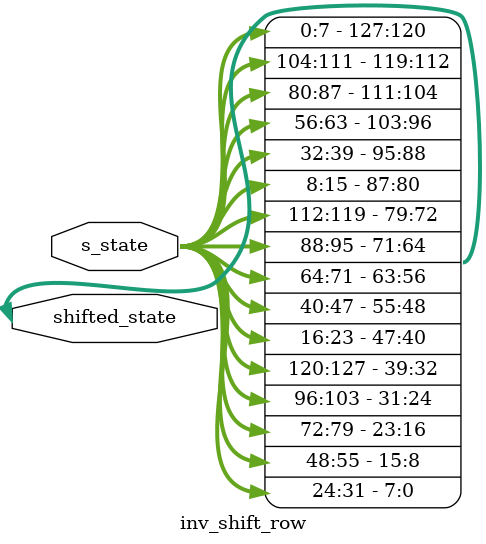
<source format=v>
`timescale 1ns / 1ps
module inv_shift_row(s_state,shifted_state);
input [0:127] s_state;
inout [0:127] shifted_state;
assign shifted_state[0:7]   = s_state[0:7];//0 
assign shifted_state[8:15] = s_state[104:111];//1
assign shifted_state[16:23] = s_state[80:87];//2
assign shifted_state[24:31] = s_state[56:63];//3

assign shifted_state[32:39] = s_state[32:39];//4
assign shifted_state[40:47] = s_state[8:15];//5
assign shifted_state[48:55] = s_state[112:119];//6
assign shifted_state[56:63] = s_state[88:95];//7

assign shifted_state[64:71] = s_state[64:71];//8
assign shifted_state[72:79] = s_state[40:47];//9
assign shifted_state[80:87] = s_state[16:23];//10
assign shifted_state[88:95] = s_state[120:127];//11

assign shifted_state[96:103] = s_state[96:103];//12
assign shifted_state[104:111] = s_state[72:79];//13s
assign shifted_state[112:119] = s_state[48:55];//14
assign shifted_state[120:127] = s_state[24:31];//15
endmodule

</source>
